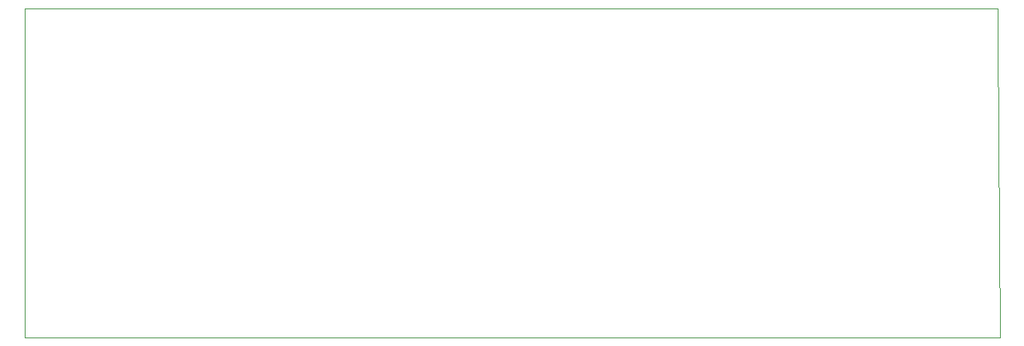
<source format=gbr>
%TF.GenerationSoftware,KiCad,Pcbnew,5.1.5+dfsg1-2build2*%
%TF.CreationDate,2022-12-31T14:33:42+00:00*%
%TF.ProjectId,g850-pic-prog,67383530-2d70-4696-932d-70726f672e6b,rev?*%
%TF.SameCoordinates,Original*%
%TF.FileFunction,Profile,NP*%
%FSLAX46Y46*%
G04 Gerber Fmt 4.6, Leading zero omitted, Abs format (unit mm)*
G04 Created by KiCad (PCBNEW 5.1.5+dfsg1-2build2) date 2022-12-31 14:33:42*
%MOMM*%
%LPD*%
G04 APERTURE LIST*
%TA.AperFunction,Profile*%
%ADD10C,0.050000*%
%TD*%
G04 APERTURE END LIST*
D10*
X201930000Y-66802000D02*
X201930000Y-69850000D01*
X201676000Y-66802000D02*
X201930000Y-66802000D01*
X197866000Y-66802000D02*
X201676000Y-66802000D01*
X185674000Y-66802000D02*
X197866000Y-66802000D01*
X95504000Y-66802000D02*
X185674000Y-66802000D01*
X95504000Y-102870000D02*
X95504000Y-66802000D01*
X202184000Y-102870000D02*
X95504000Y-102870000D01*
X201930000Y-69850000D02*
X202184000Y-102870000D01*
M02*

</source>
